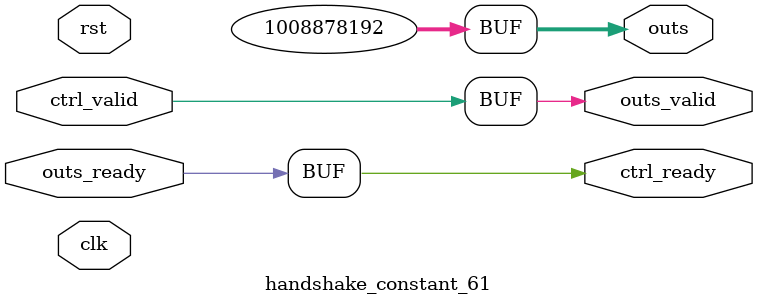
<source format=v>
`timescale 1ns / 1ps
module handshake_constant_61 #(
  parameter DATA_WIDTH = 32  // Default set to 32 bits
) (
  input                       clk,
  input                       rst,
  // Input Channel
  input                       ctrl_valid,
  output                      ctrl_ready,
  // Output Channel
  output [DATA_WIDTH - 1 : 0] outs,
  output                      outs_valid,
  input                       outs_ready
);
  assign outs       = 30'b111100001000100100001001110000;
  assign outs_valid = ctrl_valid;
  assign ctrl_ready = outs_ready;

endmodule

</source>
